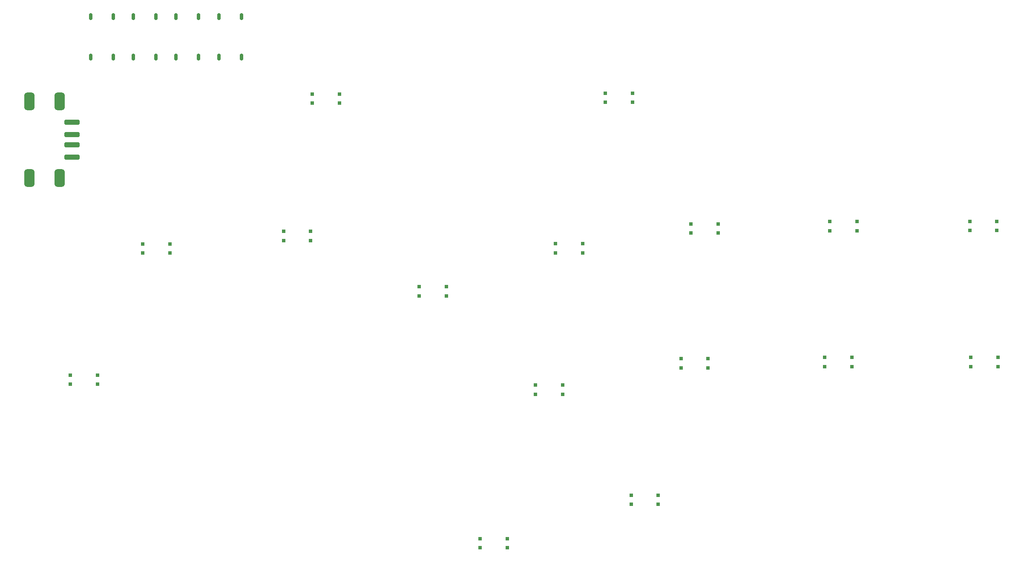
<source format=gtp>
%TF.GenerationSoftware,KiCad,Pcbnew,8.0.6*%
%TF.CreationDate,2024-11-20T03:37:43+00:00*%
%TF.ProjectId,keychron_hitbox,6b657963-6872-46f6-9e5f-686974626f78,rev?*%
%TF.SameCoordinates,Original*%
%TF.FileFunction,Paste,Top*%
%TF.FilePolarity,Positive*%
%FSLAX46Y46*%
G04 Gerber Fmt 4.6, Leading zero omitted, Abs format (unit mm)*
G04 Created by KiCad (PCBNEW 8.0.6) date 2024-11-20 03:37:43*
%MOMM*%
%LPD*%
G01*
G04 APERTURE LIST*
G04 Aperture macros list*
%AMRoundRect*
0 Rectangle with rounded corners*
0 $1 Rounding radius*
0 $2 $3 $4 $5 $6 $7 $8 $9 X,Y pos of 4 corners*
0 Add a 4 corners polygon primitive as box body*
4,1,4,$2,$3,$4,$5,$6,$7,$8,$9,$2,$3,0*
0 Add four circle primitives for the rounded corners*
1,1,$1+$1,$2,$3*
1,1,$1+$1,$4,$5*
1,1,$1+$1,$6,$7*
1,1,$1+$1,$8,$9*
0 Add four rect primitives between the rounded corners*
20,1,$1+$1,$2,$3,$4,$5,0*
20,1,$1+$1,$4,$5,$6,$7,0*
20,1,$1+$1,$6,$7,$8,$9,0*
20,1,$1+$1,$8,$9,$2,$3,0*%
G04 Aperture macros list end*
%ADD10R,0.700000X0.800000*%
%ADD11RoundRect,0.208333X-1.291667X0.291667X-1.291667X-0.291667X1.291667X-0.291667X1.291667X0.291667X0*%
%ADD12RoundRect,0.500000X-0.500000X1.250000X-0.500000X-1.250000X0.500000X-1.250000X0.500000X1.250000X0*%
%ADD13RoundRect,0.175000X0.175000X-0.475000X0.175000X0.475000X-0.175000X0.475000X-0.175000X-0.475000X0*%
G04 APERTURE END LIST*
D10*
X171600000Y-125150000D03*
X171600000Y-126950000D03*
X166200000Y-126950000D03*
X166200000Y-125150000D03*
X183500000Y-71200000D03*
X183500000Y-73000000D03*
X178100000Y-73000000D03*
X178100000Y-71200000D03*
X239100000Y-97750000D03*
X239100000Y-99550000D03*
X233700000Y-99550000D03*
X233700000Y-97750000D03*
X210100000Y-97750000D03*
X210100000Y-99550000D03*
X204700000Y-99550000D03*
X204700000Y-97750000D03*
D11*
X55100000Y-50950000D03*
X55100000Y-53450000D03*
X55100000Y-55450000D03*
D12*
X52600000Y-46825000D03*
X46600000Y-46825000D03*
D11*
X55100000Y-57950000D03*
D12*
X52600000Y-62075000D03*
X46600000Y-62075000D03*
D10*
X211100000Y-70750000D03*
X211100000Y-72550000D03*
X205700000Y-72550000D03*
X205700000Y-70750000D03*
X152600000Y-103250000D03*
X152600000Y-105050000D03*
X147200000Y-105050000D03*
X147200000Y-103250000D03*
D13*
X75750000Y-38000000D03*
X75750000Y-30000000D03*
X80250000Y-38000000D03*
X80250000Y-30000000D03*
X67250000Y-38000000D03*
X67250000Y-30000000D03*
X71750000Y-38000000D03*
X71750000Y-30000000D03*
D10*
X238900000Y-70700000D03*
X238900000Y-72500000D03*
X233500000Y-72500000D03*
X233500000Y-70700000D03*
X108200000Y-45400000D03*
X108200000Y-47200000D03*
X102800000Y-47200000D03*
X102800000Y-45400000D03*
X156600000Y-75150000D03*
X156600000Y-76950000D03*
X151200000Y-76950000D03*
X151200000Y-75150000D03*
X166500000Y-45200000D03*
X166500000Y-47000000D03*
X161100000Y-47000000D03*
X161100000Y-45200000D03*
X74500000Y-75200000D03*
X74500000Y-77000000D03*
X69100000Y-77000000D03*
X69100000Y-75200000D03*
X129500000Y-83700000D03*
X129500000Y-85500000D03*
X124100000Y-85500000D03*
X124100000Y-83700000D03*
D13*
X84250000Y-38000000D03*
X84250000Y-30000000D03*
X88750000Y-38000000D03*
X88750000Y-30000000D03*
D10*
X141600000Y-133750000D03*
X141600000Y-135550000D03*
X136200000Y-135550000D03*
X136200000Y-133750000D03*
D13*
X58750000Y-38000000D03*
X58750000Y-30000000D03*
X63250000Y-38000000D03*
X63250000Y-30000000D03*
D10*
X181500000Y-98000000D03*
X181500000Y-99800000D03*
X176100000Y-99800000D03*
X176100000Y-98000000D03*
X102500000Y-72700000D03*
X102500000Y-74500000D03*
X97100000Y-74500000D03*
X97100000Y-72700000D03*
X60100000Y-101250000D03*
X60100000Y-103050000D03*
X54700000Y-103050000D03*
X54700000Y-101250000D03*
M02*

</source>
